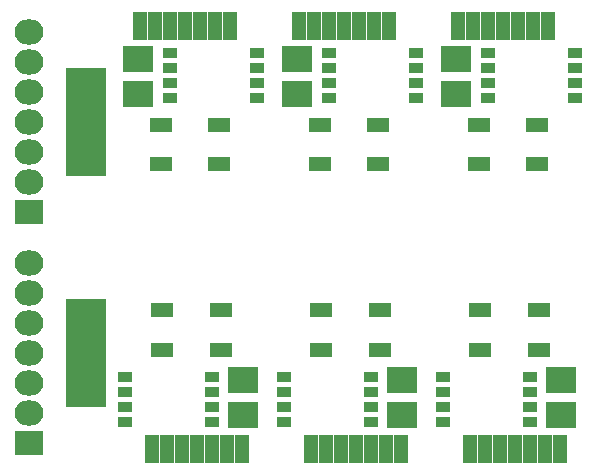
<source format=gts>
G04 #@! TF.FileFunction,Soldermask,Top*
%FSLAX46Y46*%
G04 Gerber Fmt 4.6, Leading zero omitted, Abs format (unit mm)*
G04 Created by KiCad (PCBNEW 4.0.4+e1-6308~48~ubuntu16.04.1-stable) date Mon Nov 28 22:29:59 2016*
%MOMM*%
%LPD*%
G01*
G04 APERTURE LIST*
%ADD10C,0.100000*%
%ADD11R,1.250000X0.880000*%
%ADD12R,1.924000X1.300000*%
%ADD13R,1.300000X2.400000*%
%ADD14R,2.630000X2.200000*%
%ADD15R,3.400000X1.500000*%
%ADD16R,2.432000X2.127200*%
%ADD17O,2.432000X2.127200*%
G04 APERTURE END LIST*
D10*
D11*
X134874000Y-138430000D03*
X134874000Y-139700000D03*
X134874000Y-140970000D03*
X134874000Y-142240000D03*
X142240000Y-138430000D03*
X142240000Y-139700000D03*
X142240000Y-140970000D03*
X142240000Y-142240000D03*
D12*
X143002000Y-136144000D03*
X143002000Y-132778500D03*
X138049000Y-136144000D03*
X138049000Y-132778500D03*
D13*
X137160000Y-144526000D03*
X138430000Y-144526000D03*
X139700000Y-144526000D03*
X140970000Y-144526000D03*
X142240000Y-144526000D03*
X143510000Y-144526000D03*
X144780000Y-144526000D03*
D14*
X144907000Y-141668000D03*
X144907000Y-138748000D03*
D11*
X161798000Y-138430000D03*
X161798000Y-139700000D03*
X161798000Y-140970000D03*
X161798000Y-142240000D03*
X169164000Y-138430000D03*
X169164000Y-139700000D03*
X169164000Y-140970000D03*
X169164000Y-142240000D03*
D12*
X169926000Y-136144000D03*
X169926000Y-132778500D03*
X164973000Y-136144000D03*
X164973000Y-132778500D03*
D13*
X164084000Y-144526000D03*
X165354000Y-144526000D03*
X166624000Y-144526000D03*
X167894000Y-144526000D03*
X169164000Y-144526000D03*
X170434000Y-144526000D03*
X171704000Y-144526000D03*
D14*
X171831000Y-141668000D03*
X171831000Y-138748000D03*
D15*
X131588000Y-140208000D03*
X131588000Y-138938000D03*
X131588000Y-137668000D03*
X131588000Y-136398000D03*
X131588000Y-135128000D03*
X131588000Y-133858000D03*
X131588000Y-132588000D03*
D16*
X126746000Y-124460000D03*
D17*
X126746000Y-121920000D03*
X126746000Y-119380000D03*
X126746000Y-116840000D03*
X126746000Y-114300000D03*
X126746000Y-111760000D03*
X126746000Y-109220000D03*
D15*
X131588000Y-120650000D03*
X131588000Y-119380000D03*
X131588000Y-118110000D03*
X131588000Y-116840000D03*
X131588000Y-115570000D03*
X131588000Y-114300000D03*
X131588000Y-113030000D03*
D16*
X126746000Y-144018000D03*
D17*
X126746000Y-141478000D03*
X126746000Y-138938000D03*
X126746000Y-136398000D03*
X126746000Y-133858000D03*
X126746000Y-131318000D03*
X126746000Y-128778000D03*
D14*
X136017000Y-111570000D03*
X136017000Y-114490000D03*
D13*
X143764000Y-108712000D03*
X142494000Y-108712000D03*
X141224000Y-108712000D03*
X139954000Y-108712000D03*
X138684000Y-108712000D03*
X137414000Y-108712000D03*
X136144000Y-108712000D03*
D12*
X137922000Y-117094000D03*
X137922000Y-120459500D03*
X142875000Y-117094000D03*
X142875000Y-120459500D03*
D11*
X146050000Y-114808000D03*
X146050000Y-113538000D03*
X146050000Y-112268000D03*
X146050000Y-110998000D03*
X138684000Y-114808000D03*
X138684000Y-113538000D03*
X138684000Y-112268000D03*
X138684000Y-110998000D03*
D14*
X149479000Y-111570000D03*
X149479000Y-114490000D03*
D13*
X157226000Y-108712000D03*
X155956000Y-108712000D03*
X154686000Y-108712000D03*
X153416000Y-108712000D03*
X152146000Y-108712000D03*
X150876000Y-108712000D03*
X149606000Y-108712000D03*
D12*
X151384000Y-117094000D03*
X151384000Y-120459500D03*
X156337000Y-117094000D03*
X156337000Y-120459500D03*
D11*
X159512000Y-114808000D03*
X159512000Y-113538000D03*
X159512000Y-112268000D03*
X159512000Y-110998000D03*
X152146000Y-114808000D03*
X152146000Y-113538000D03*
X152146000Y-112268000D03*
X152146000Y-110998000D03*
D14*
X162941000Y-111570000D03*
X162941000Y-114490000D03*
D13*
X170688000Y-108712000D03*
X169418000Y-108712000D03*
X168148000Y-108712000D03*
X166878000Y-108712000D03*
X165608000Y-108712000D03*
X164338000Y-108712000D03*
X163068000Y-108712000D03*
D12*
X164846000Y-117094000D03*
X164846000Y-120459500D03*
X169799000Y-117094000D03*
X169799000Y-120459500D03*
D11*
X172974000Y-114808000D03*
X172974000Y-113538000D03*
X172974000Y-112268000D03*
X172974000Y-110998000D03*
X165608000Y-114808000D03*
X165608000Y-113538000D03*
X165608000Y-112268000D03*
X165608000Y-110998000D03*
D14*
X149479000Y-111570000D03*
X149479000Y-114490000D03*
D13*
X157226000Y-108712000D03*
X155956000Y-108712000D03*
X154686000Y-108712000D03*
X153416000Y-108712000D03*
X152146000Y-108712000D03*
X150876000Y-108712000D03*
X149606000Y-108712000D03*
D12*
X151384000Y-117094000D03*
X151384000Y-120459500D03*
X156337000Y-117094000D03*
X156337000Y-120459500D03*
D11*
X159512000Y-114808000D03*
X159512000Y-113538000D03*
X159512000Y-112268000D03*
X159512000Y-110998000D03*
X152146000Y-114808000D03*
X152146000Y-113538000D03*
X152146000Y-112268000D03*
X152146000Y-110998000D03*
D14*
X158369000Y-141668000D03*
X158369000Y-138748000D03*
D13*
X150622000Y-144526000D03*
X151892000Y-144526000D03*
X153162000Y-144526000D03*
X154432000Y-144526000D03*
X155702000Y-144526000D03*
X156972000Y-144526000D03*
X158242000Y-144526000D03*
D12*
X156464000Y-136144000D03*
X156464000Y-132778500D03*
X151511000Y-136144000D03*
X151511000Y-132778500D03*
D11*
X148336000Y-138430000D03*
X148336000Y-139700000D03*
X148336000Y-140970000D03*
X148336000Y-142240000D03*
X155702000Y-138430000D03*
X155702000Y-139700000D03*
X155702000Y-140970000D03*
X155702000Y-142240000D03*
M02*

</source>
